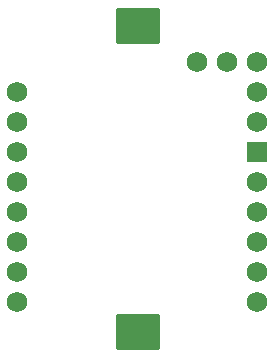
<source format=gbr>
%TF.GenerationSoftware,KiCad,Pcbnew,9.0.6*%
%TF.CreationDate,2025-11-18T16:50:13-05:00*%
%TF.ProjectId,Rev. 3,5265762e-2033-42e6-9b69-6361645f7063,rev?*%
%TF.SameCoordinates,Original*%
%TF.FileFunction,Soldermask,Bot*%
%TF.FilePolarity,Negative*%
%FSLAX46Y46*%
G04 Gerber Fmt 4.6, Leading zero omitted, Abs format (unit mm)*
G04 Created by KiCad (PCBNEW 9.0.6) date 2025-11-18 16:50:13*
%MOMM*%
%LPD*%
G01*
G04 APERTURE LIST*
G04 Aperture macros list*
%AMRoundRect*
0 Rectangle with rounded corners*
0 $1 Rounding radius*
0 $2 $3 $4 $5 $6 $7 $8 $9 X,Y pos of 4 corners*
0 Add a 4 corners polygon primitive as box body*
4,1,4,$2,$3,$4,$5,$6,$7,$8,$9,$2,$3,0*
0 Add four circle primitives for the rounded corners*
1,1,$1+$1,$2,$3*
1,1,$1+$1,$4,$5*
1,1,$1+$1,$6,$7*
1,1,$1+$1,$8,$9*
0 Add four rect primitives between the rounded corners*
20,1,$1+$1,$2,$3,$4,$5,0*
20,1,$1+$1,$4,$5,$6,$7,0*
20,1,$1+$1,$6,$7,$8,$9,0*
20,1,$1+$1,$8,$9,$2,$3,0*%
G04 Aperture macros list end*
%ADD10C,1.727200*%
%ADD11R,1.727200X1.727200*%
%ADD12RoundRect,0.102000X-1.755000X1.410000X-1.755000X-1.410000X1.755000X-1.410000X1.755000X1.410000X0*%
G04 APERTURE END LIST*
D10*
%TO.C,U2*%
X208894267Y-77971767D03*
X208894267Y-80511767D03*
X208894267Y-83051767D03*
X208894267Y-85591767D03*
X208894267Y-88131767D03*
X208894267Y-90671767D03*
X208894267Y-93211767D03*
X208894267Y-95751767D03*
X229214267Y-95751767D03*
X229214267Y-93211767D03*
X229214267Y-90671767D03*
X229214267Y-88131767D03*
X229214267Y-85591767D03*
D11*
X229214267Y-83051767D03*
D10*
X229214267Y-80511767D03*
X229214267Y-77971767D03*
X229214267Y-75431767D03*
X226674267Y-75431767D03*
X224134267Y-75431767D03*
%TD*%
D12*
%TO.C,BT1*%
X219167767Y-98227767D03*
X219167767Y-72367767D03*
%TD*%
M02*

</source>
